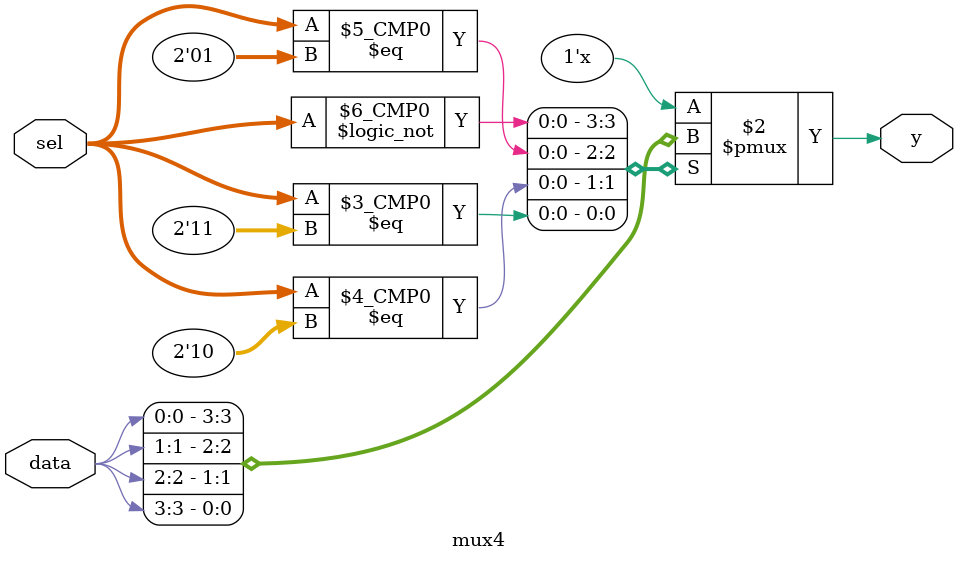
<source format=v>
module mux4 (
	input      [1:0] sel ,
	input      [3:0] data,
	output reg       y
);

	always@(*)
		begin
			case (sel)
				2'b00   : y<=data[0];
				2'b01   : y<=data[1];
				2'b10   : y<=data[2];
				2'b11   : y<=data[3];
				default : y<= 0;
			endcase
		end
endmodule

</source>
